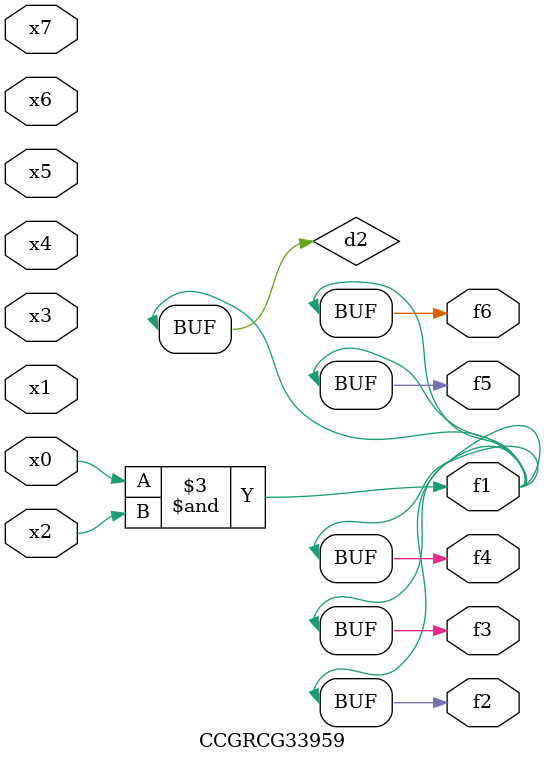
<source format=v>
module CCGRCG33959(
	input x0, x1, x2, x3, x4, x5, x6, x7,
	output f1, f2, f3, f4, f5, f6
);

	wire d1, d2;

	nor (d1, x3, x6);
	and (d2, x0, x2);
	assign f1 = d2;
	assign f2 = d2;
	assign f3 = d2;
	assign f4 = d2;
	assign f5 = d2;
	assign f6 = d2;
endmodule

</source>
